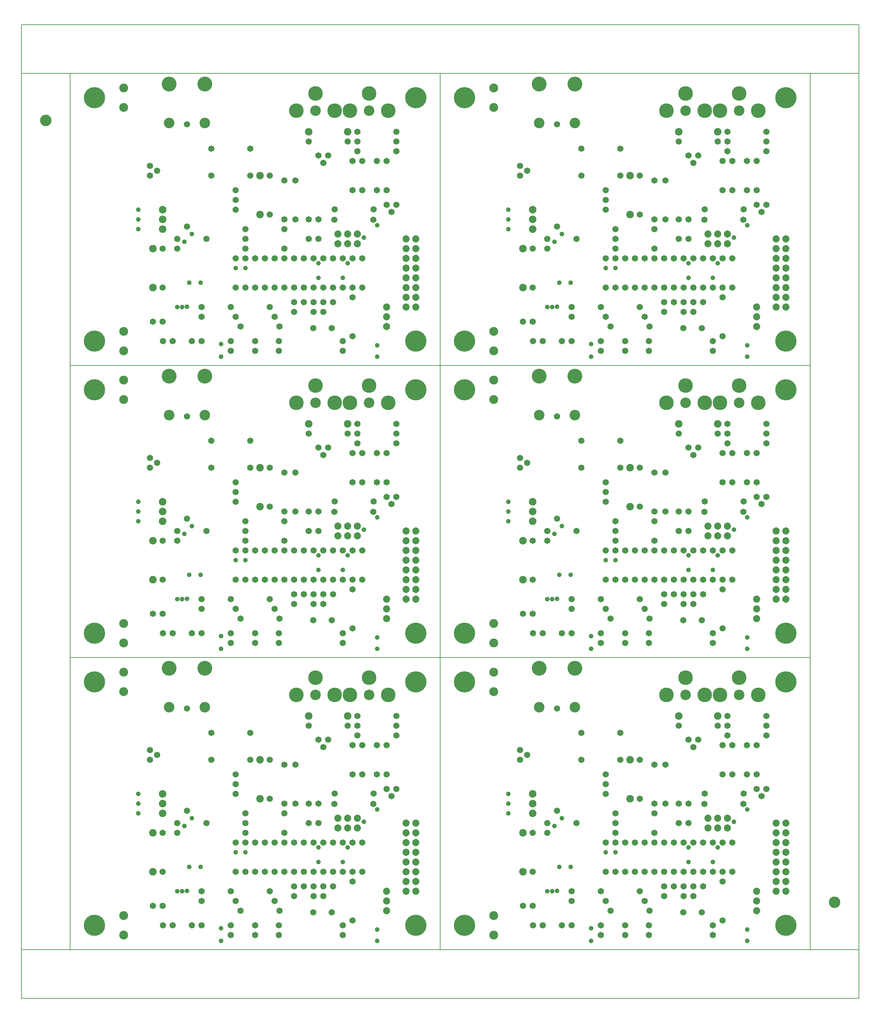
<source format=gbs>
G04 CAM350 V7.6 (Build 209) Date:  Wed Jul 26 15:17:11 2006 *
G04 Database: d:\cam\brmk3-1a\100023-1.cam *
G04 Layer 2: 100023-1.GBS *
%FSLAX24Y24*%
%MOIN*%
%SFA1.000B1.000*%

%MIA0B0*%
%IPPOS*%
%ADD70C,0.06500*%
%ADD32C,0.21800*%
%ADD33C,0.10840*%
%ADD34C,0.15040*%
%ADD35C,0.15200*%
%ADD36C,0.10850*%
%ADD37C,0.04800*%
%ADD40C,0.00800*%
%ADD66C,0.07800*%
%ADD67C,0.07300*%
%ADD68C,0.09100*%
%ADD69C,0.11811*%
%LN100023-1.GBS*%
%LPD*%
G54D70*
X15343Y9842D03*
X16343D03*
X16368Y7817D03*
X17368D03*
X19343Y7842D03*
X20343D03*
Y10342D03*
Y11342D03*
X23343D03*
X23843Y10342D03*
X24343Y9342D03*
X23343Y7842D03*
Y6842D03*
X25843D03*
Y7842D03*
X28293D03*
Y6842D03*
X28343Y9342D03*
X27843Y10342D03*
X27343Y11342D03*
X26843Y13342D03*
X25843D03*
X24843D03*
X23843D03*
Y16342D03*
X24843D03*
X25843D03*
X26843D03*
X27843D03*
X28843D03*
Y17342D03*
X29843Y16342D03*
X30843D03*
X31843D03*
X32843D03*
X33843D03*
X34843D03*
X35843D03*
X36843D03*
Y13342D03*
X35843D03*
X34843D03*
X33843D03*
X32843D03*
X31843D03*
X30843D03*
X29843D03*
X28843D03*
X27843D03*
X29843Y11842D03*
X30843D03*
X31843D03*
X32843D03*
X33843D03*
X32843Y10842D03*
X31843D03*
X31818Y9167D03*
X33718D03*
X34843Y7842D03*
Y6842D03*
X35843Y8342D03*
Y12342D03*
X29843Y10842D03*
X24843Y17342D03*
Y18342D03*
Y19342D03*
X23843Y21342D03*
Y22342D03*
Y23342D03*
X25343Y24842D03*
X27343D03*
X28843Y24342D03*
X29968D03*
X32843Y26142D03*
X32343Y26892D03*
X33343D03*
X31343Y28342D03*
X35343D03*
X36343D03*
Y27342D03*
X35843Y26342D03*
X36843D03*
X38343D03*
X39343D03*
X40343Y27342D03*
Y28342D03*
Y29342D03*
X36343D03*
X35843Y23342D03*
X36843D03*
X38343D03*
X39343D03*
Y21842D03*
X39843Y21092D03*
X40343Y21842D03*
X38018Y21367D03*
X37993Y20292D03*
X34018Y21367D03*
X33993Y20292D03*
X32343Y20342D03*
X31343D03*
X29968D03*
X28843D03*
Y19342D03*
X27343Y20842D03*
X31343Y18342D03*
X32343D03*
X25343Y27592D03*
X21343D03*
X18843Y30092D03*
X15043Y25842D03*
X15793Y25342D03*
X15043Y24842D03*
X21343D03*
X18843Y19592D03*
X17843Y18342D03*
Y17342D03*
X16343D03*
X20843Y18342D03*
X16343Y13342D03*
G54D66*
X15343D03*
Y17342D03*
X16343Y19342D03*
Y20342D03*
Y21342D03*
X26343Y20842D03*
Y24842D03*
X31343Y29342D03*
X35343D03*
G54D67*
Y18842D03*
X34343D03*
Y17842D03*
X35343D03*
X36343D03*
Y18842D03*
X41343Y18342D03*
Y17342D03*
X42343D03*
Y18342D03*
Y16342D03*
X41343D03*
Y15342D03*
Y14342D03*
X42343D03*
Y15342D03*
Y13342D03*
X41343D03*
Y12342D03*
X42343D03*
Y11342D03*
X41343D03*
X39343D03*
Y10342D03*
Y9342D03*
G54D32*
X9343Y7842D03*
Y32842D03*
X42343D03*
Y7842D03*
G54D33*
X37543Y31492D03*
X32043D03*
G54D34*
X30075D03*
X32043Y33263D03*
X34012Y31492D03*
X35575D03*
X37543Y33263D03*
X39512Y31492D03*
G54D35*
X20683Y34242D03*
X17013D03*
G54D36*
Y30242D03*
X20683D03*
G54D68*
X12343Y31842D03*
Y33842D03*
Y8842D03*
Y6842D03*
G54D37*
X13843Y21342D03*
Y20342D03*
Y19342D03*
X18568Y18042D03*
X19343Y18817D03*
X23843Y15342D03*
X24843D03*
X20243Y13842D03*
X19093D03*
X18843Y11367D03*
X18343Y11342D03*
X17843D03*
X22343Y7542D03*
Y6217D03*
X32343Y14342D03*
Y15842D03*
X34843Y14342D03*
X35343Y15842D03*
X37018Y18467D03*
X38368Y19742D03*
Y7392D03*
Y6217D03*
G54D70*
X53343Y9842D03*
X54343D03*
X54368Y7817D03*
X55368D03*
X57343Y7842D03*
X58343D03*
Y10342D03*
Y11342D03*
X61343D03*
X61843Y10342D03*
X62343Y9342D03*
X61343Y7842D03*
Y6842D03*
X63843D03*
Y7842D03*
X66293D03*
Y6842D03*
X66343Y9342D03*
X65843Y10342D03*
X65343Y11342D03*
X64843Y13342D03*
X63843D03*
X62843D03*
X61843D03*
Y16342D03*
X62843D03*
X63843D03*
X64843D03*
X65843D03*
X66843D03*
Y17342D03*
X67843Y16342D03*
X68843D03*
X69843D03*
X70843D03*
X71843D03*
X72843D03*
X73843D03*
X74843D03*
Y13342D03*
X73843D03*
X72843D03*
X71843D03*
X70843D03*
X69843D03*
X68843D03*
X67843D03*
X66843D03*
X65843D03*
X67843Y11842D03*
X68843D03*
X69843D03*
X70843D03*
X71843D03*
X70843Y10842D03*
X69843D03*
X69818Y9167D03*
X71718D03*
X72843Y7842D03*
Y6842D03*
X73843Y8342D03*
Y12342D03*
X67843Y10842D03*
X62843Y17342D03*
Y18342D03*
Y19342D03*
X61843Y21342D03*
Y22342D03*
Y23342D03*
X63343Y24842D03*
X65343D03*
X66843Y24342D03*
X67968D03*
X70843Y26142D03*
X70343Y26892D03*
X71343D03*
X69343Y28342D03*
X73343D03*
X74343D03*
Y27342D03*
X73843Y26342D03*
X74843D03*
X76343D03*
X77343D03*
X78343Y27342D03*
Y28342D03*
Y29342D03*
X74343D03*
X73843Y23342D03*
X74843D03*
X76343D03*
X77343D03*
Y21842D03*
X77843Y21092D03*
X78343Y21842D03*
X76018Y21367D03*
X75993Y20292D03*
X72018Y21367D03*
X71993Y20292D03*
X70343Y20342D03*
X69343D03*
X67968D03*
X66843D03*
Y19342D03*
X65343Y20842D03*
X69343Y18342D03*
X70343D03*
X63343Y27592D03*
X59343D03*
X56843Y30092D03*
X53043Y25842D03*
X53793Y25342D03*
X53043Y24842D03*
X59343D03*
X56843Y19592D03*
X55843Y18342D03*
Y17342D03*
X54343D03*
X58843Y18342D03*
X54343Y13342D03*
G54D66*
X53343D03*
Y17342D03*
X54343Y19342D03*
Y20342D03*
Y21342D03*
X64343Y20842D03*
Y24842D03*
X69343Y29342D03*
X73343D03*
G54D67*
Y18842D03*
X72343D03*
Y17842D03*
X73343D03*
X74343D03*
Y18842D03*
X79343Y18342D03*
Y17342D03*
X80343D03*
Y18342D03*
Y16342D03*
X79343D03*
Y15342D03*
Y14342D03*
X80343D03*
Y15342D03*
Y13342D03*
X79343D03*
Y12342D03*
X80343D03*
Y11342D03*
X79343D03*
X77343D03*
Y10342D03*
Y9342D03*
G54D32*
X47343Y7842D03*
Y32842D03*
X80343D03*
Y7842D03*
G54D33*
X75543Y31492D03*
X70043D03*
G54D34*
X68075D03*
X70043Y33263D03*
X72012Y31492D03*
X73575D03*
X75543Y33263D03*
X77512Y31492D03*
G54D35*
X58683Y34242D03*
X55013D03*
G54D36*
Y30242D03*
X58683D03*
G54D68*
X50343Y31842D03*
Y33842D03*
Y8842D03*
Y6842D03*
G54D37*
X51843Y21342D03*
Y20342D03*
Y19342D03*
X56568Y18042D03*
X57343Y18817D03*
X61843Y15342D03*
X62843D03*
X58243Y13842D03*
X57093D03*
X56843Y11367D03*
X56343Y11342D03*
X55843D03*
X60343Y7542D03*
Y6217D03*
X70343Y14342D03*
Y15842D03*
X72843Y14342D03*
X73343Y15842D03*
X75018Y18467D03*
X76368Y19742D03*
Y7392D03*
Y6217D03*
G54D70*
X15343Y-20158D03*
Y-50158D03*
X16343Y-20158D03*
Y-50158D03*
X16368Y-22183D03*
Y-52183D03*
X17368Y-22183D03*
Y-52183D03*
X19343Y-22158D03*
Y-52158D03*
X20343Y-22158D03*
Y-52158D03*
Y-19658D03*
Y-49658D03*
Y-18658D03*
Y-48658D03*
X23343Y-18658D03*
Y-48658D03*
X23843Y-19658D03*
Y-49658D03*
X24343Y-20658D03*
Y-50658D03*
X23343Y-22158D03*
Y-52158D03*
Y-23158D03*
Y-53158D03*
X25843Y-23158D03*
Y-53158D03*
Y-22158D03*
Y-52158D03*
X28293Y-22158D03*
Y-52158D03*
Y-23158D03*
Y-53158D03*
X28343Y-20658D03*
Y-50658D03*
X27843Y-19658D03*
Y-49658D03*
X27343Y-18658D03*
Y-48658D03*
X26843Y-16658D03*
Y-46658D03*
X25843Y-16658D03*
Y-46658D03*
X24843Y-16658D03*
Y-46658D03*
X23843Y-16658D03*
Y-46658D03*
Y-13658D03*
Y-43658D03*
X24843Y-13658D03*
Y-43658D03*
X25843Y-13658D03*
Y-43658D03*
X26843Y-13658D03*
Y-43658D03*
X27843Y-13658D03*
Y-43658D03*
X28843Y-13658D03*
Y-43658D03*
Y-12658D03*
Y-42658D03*
X29843Y-13658D03*
Y-43658D03*
X30843Y-13658D03*
Y-43658D03*
X31843Y-13658D03*
Y-43658D03*
X32843Y-13658D03*
Y-43658D03*
X33843Y-13658D03*
Y-43658D03*
X34843Y-13658D03*
Y-43658D03*
X35843Y-13658D03*
Y-43658D03*
X36843Y-13658D03*
Y-43658D03*
Y-16658D03*
Y-46658D03*
X35843Y-16658D03*
Y-46658D03*
X34843Y-16658D03*
Y-46658D03*
X33843Y-16658D03*
Y-46658D03*
X32843Y-16658D03*
Y-46658D03*
X31843Y-16658D03*
Y-46658D03*
X30843Y-16658D03*
Y-46658D03*
X29843Y-16658D03*
Y-46658D03*
X28843Y-16658D03*
Y-46658D03*
X27843Y-16658D03*
Y-46658D03*
X29843Y-18158D03*
Y-48158D03*
X30843Y-18158D03*
Y-48158D03*
X31843Y-18158D03*
Y-48158D03*
X32843Y-18158D03*
Y-48158D03*
X33843Y-18158D03*
Y-48158D03*
X32843Y-19158D03*
Y-49158D03*
X31843Y-19158D03*
Y-49158D03*
X31818Y-20833D03*
Y-50833D03*
X33718Y-20833D03*
Y-50833D03*
X34843Y-22158D03*
Y-52158D03*
Y-23158D03*
Y-53158D03*
X35843Y-21658D03*
Y-51658D03*
Y-17658D03*
Y-47658D03*
X29843Y-19158D03*
Y-49158D03*
X24843Y-12658D03*
Y-42658D03*
Y-11658D03*
Y-41658D03*
Y-10658D03*
Y-40658D03*
X23843Y-8658D03*
Y-38658D03*
Y-7658D03*
Y-37658D03*
Y-6658D03*
Y-36658D03*
X25343Y-5158D03*
Y-35158D03*
X27343Y-5158D03*
Y-35158D03*
X28843Y-5658D03*
Y-35658D03*
X29968Y-5658D03*
Y-35658D03*
X32843Y-3858D03*
Y-33858D03*
X32343Y-3108D03*
Y-33108D03*
X33343Y-3108D03*
Y-33108D03*
X31343Y-1658D03*
Y-31658D03*
X35343Y-1658D03*
Y-31658D03*
X36343Y-1658D03*
Y-31658D03*
Y-2658D03*
Y-32658D03*
X35843Y-3658D03*
Y-33658D03*
X36843Y-3658D03*
Y-33658D03*
X38343Y-3658D03*
Y-33658D03*
X39343Y-3658D03*
Y-33658D03*
X40343Y-2658D03*
Y-32658D03*
Y-1658D03*
Y-31658D03*
Y-658D03*
Y-30658D03*
X36343Y-658D03*
Y-30658D03*
X35843Y-6658D03*
Y-36658D03*
X36843Y-6658D03*
Y-36658D03*
X38343Y-6658D03*
Y-36658D03*
X39343Y-6658D03*
Y-36658D03*
Y-8158D03*
Y-38158D03*
X39843Y-8908D03*
Y-38908D03*
X40343Y-8158D03*
Y-38158D03*
X38018Y-8633D03*
Y-38633D03*
X37993Y-9708D03*
Y-39708D03*
X34018Y-8633D03*
Y-38633D03*
X33993Y-9708D03*
Y-39708D03*
X32343Y-9658D03*
Y-39658D03*
X31343Y-9658D03*
Y-39658D03*
X29968Y-9658D03*
Y-39658D03*
X28843Y-9658D03*
Y-39658D03*
Y-10658D03*
Y-40658D03*
X27343Y-9158D03*
Y-39158D03*
X31343Y-11658D03*
Y-41658D03*
X32343Y-11658D03*
Y-41658D03*
X25343Y-2408D03*
Y-32408D03*
X21343Y-2408D03*
Y-32408D03*
X18843Y92D03*
Y-29908D03*
X15043Y-4158D03*
Y-34158D03*
X15793Y-4658D03*
Y-34658D03*
X15043Y-5158D03*
Y-35158D03*
X21343Y-5158D03*
Y-35158D03*
X18843Y-10408D03*
Y-40408D03*
X17843Y-11658D03*
Y-41658D03*
Y-12658D03*
Y-42658D03*
X16343Y-12658D03*
Y-42658D03*
X20843Y-11658D03*
Y-41658D03*
X16343Y-16658D03*
Y-46658D03*
G54D66*
X15343Y-16658D03*
Y-46658D03*
Y-12658D03*
Y-42658D03*
X16343Y-10658D03*
Y-40658D03*
Y-9658D03*
Y-39658D03*
Y-8658D03*
Y-38658D03*
X26343Y-9158D03*
Y-39158D03*
Y-5158D03*
Y-35158D03*
X31343Y-658D03*
Y-30658D03*
X35343Y-658D03*
Y-30658D03*
G54D67*
Y-11158D03*
Y-41158D03*
X34343Y-11158D03*
Y-41158D03*
Y-12158D03*
Y-42158D03*
X35343Y-12158D03*
Y-42158D03*
X36343Y-12158D03*
Y-42158D03*
Y-11158D03*
Y-41158D03*
X41343Y-11658D03*
Y-41658D03*
Y-12658D03*
Y-42658D03*
X42343Y-12658D03*
Y-42658D03*
Y-11658D03*
Y-41658D03*
Y-13658D03*
Y-43658D03*
X41343Y-13658D03*
Y-43658D03*
Y-14658D03*
Y-44658D03*
Y-15658D03*
Y-45658D03*
X42343Y-15658D03*
Y-45658D03*
Y-14658D03*
Y-44658D03*
Y-16658D03*
Y-46658D03*
X41343Y-16658D03*
Y-46658D03*
Y-17658D03*
Y-47658D03*
X42343Y-17658D03*
Y-47658D03*
Y-18658D03*
Y-48658D03*
X41343Y-18658D03*
Y-48658D03*
X39343Y-18658D03*
Y-48658D03*
Y-19658D03*
Y-49658D03*
Y-20658D03*
Y-50658D03*
G54D32*
X9343Y-22158D03*
Y-52158D03*
Y2842D03*
Y-27158D03*
X42343Y2842D03*
Y-27158D03*
Y-22158D03*
Y-52158D03*
G54D33*
X37543Y1492D03*
Y-28508D03*
X32043Y1492D03*
Y-28508D03*
G54D34*
X30075Y1492D03*
Y-28508D03*
X32043Y3263D03*
Y-26737D03*
X34012Y1492D03*
Y-28508D03*
X35575Y1492D03*
Y-28508D03*
X37543Y3263D03*
Y-26737D03*
X39512Y1492D03*
Y-28508D03*
G54D35*
X20683Y4242D03*
Y-25758D03*
X17013Y4242D03*
Y-25758D03*
G54D36*
Y242D03*
Y-29758D03*
X20683Y242D03*
Y-29758D03*
G54D68*
X12343Y1842D03*
Y-28158D03*
Y3842D03*
Y-26158D03*
Y-21158D03*
Y-51158D03*
Y-23158D03*
Y-53158D03*
G54D37*
X13843Y-8658D03*
Y-38658D03*
Y-9658D03*
Y-39658D03*
Y-10658D03*
Y-40658D03*
X18568Y-11958D03*
Y-41958D03*
X19343Y-11183D03*
Y-41183D03*
X23843Y-14658D03*
Y-44658D03*
X24843Y-14658D03*
Y-44658D03*
X20243Y-16158D03*
Y-46158D03*
X19093Y-16158D03*
Y-46158D03*
X18843Y-18633D03*
Y-48633D03*
X18343Y-18658D03*
Y-48658D03*
X17843Y-18658D03*
Y-48658D03*
X22343Y-22458D03*
Y-52458D03*
Y-23783D03*
Y-53783D03*
X32343Y-15658D03*
Y-45658D03*
Y-14158D03*
Y-44158D03*
X34843Y-15658D03*
Y-45658D03*
X35343Y-14158D03*
Y-44158D03*
X37018Y-11533D03*
Y-41533D03*
X38368Y-10258D03*
Y-40258D03*
Y-22608D03*
Y-52608D03*
Y-23783D03*
Y-53783D03*
G54D70*
X53343Y-20158D03*
Y-50158D03*
X54343Y-20158D03*
Y-50158D03*
X54368Y-22183D03*
Y-52183D03*
X55368Y-22183D03*
Y-52183D03*
X57343Y-22158D03*
Y-52158D03*
X58343Y-22158D03*
Y-52158D03*
Y-19658D03*
Y-49658D03*
Y-18658D03*
Y-48658D03*
X61343Y-18658D03*
Y-48658D03*
X61843Y-19658D03*
Y-49658D03*
X62343Y-20658D03*
Y-50658D03*
X61343Y-22158D03*
Y-52158D03*
Y-23158D03*
Y-53158D03*
X63843Y-23158D03*
Y-53158D03*
Y-22158D03*
Y-52158D03*
X66293Y-22158D03*
Y-52158D03*
Y-23158D03*
Y-53158D03*
X66343Y-20658D03*
Y-50658D03*
X65843Y-19658D03*
Y-49658D03*
X65343Y-18658D03*
Y-48658D03*
X64843Y-16658D03*
Y-46658D03*
X63843Y-16658D03*
Y-46658D03*
X62843Y-16658D03*
Y-46658D03*
X61843Y-16658D03*
Y-46658D03*
Y-13658D03*
Y-43658D03*
X62843Y-13658D03*
Y-43658D03*
X63843Y-13658D03*
Y-43658D03*
X64843Y-13658D03*
Y-43658D03*
X65843Y-13658D03*
Y-43658D03*
X66843Y-13658D03*
Y-43658D03*
Y-12658D03*
Y-42658D03*
X67843Y-13658D03*
Y-43658D03*
X68843Y-13658D03*
Y-43658D03*
X69843Y-13658D03*
Y-43658D03*
X70843Y-13658D03*
Y-43658D03*
X71843Y-13658D03*
Y-43658D03*
X72843Y-13658D03*
Y-43658D03*
X73843Y-13658D03*
Y-43658D03*
X74843Y-13658D03*
Y-43658D03*
Y-16658D03*
Y-46658D03*
X73843Y-16658D03*
Y-46658D03*
X72843Y-16658D03*
Y-46658D03*
X71843Y-16658D03*
Y-46658D03*
X70843Y-16658D03*
Y-46658D03*
X69843Y-16658D03*
Y-46658D03*
X68843Y-16658D03*
Y-46658D03*
X67843Y-16658D03*
Y-46658D03*
X66843Y-16658D03*
Y-46658D03*
X65843Y-16658D03*
Y-46658D03*
X67843Y-18158D03*
Y-48158D03*
X68843Y-18158D03*
Y-48158D03*
X69843Y-18158D03*
Y-48158D03*
X70843Y-18158D03*
Y-48158D03*
X71843Y-18158D03*
Y-48158D03*
X70843Y-19158D03*
Y-49158D03*
X69843Y-19158D03*
Y-49158D03*
X69818Y-20833D03*
Y-50833D03*
X71718Y-20833D03*
Y-50833D03*
X72843Y-22158D03*
Y-52158D03*
Y-23158D03*
Y-53158D03*
X73843Y-21658D03*
Y-51658D03*
Y-17658D03*
Y-47658D03*
X67843Y-19158D03*
Y-49158D03*
X62843Y-12658D03*
Y-42658D03*
Y-11658D03*
Y-41658D03*
Y-10658D03*
Y-40658D03*
X61843Y-8658D03*
Y-38658D03*
Y-7658D03*
Y-37658D03*
Y-6658D03*
Y-36658D03*
X63343Y-5158D03*
Y-35158D03*
X65343Y-5158D03*
Y-35158D03*
X66843Y-5658D03*
Y-35658D03*
X67968Y-5658D03*
Y-35658D03*
X70843Y-3858D03*
Y-33858D03*
X70343Y-3108D03*
Y-33108D03*
X71343Y-3108D03*
Y-33108D03*
X69343Y-1658D03*
Y-31658D03*
X73343Y-1658D03*
Y-31658D03*
X74343Y-1658D03*
Y-31658D03*
Y-2658D03*
Y-32658D03*
X73843Y-3658D03*
Y-33658D03*
X74843Y-3658D03*
Y-33658D03*
X76343Y-3658D03*
Y-33658D03*
X77343Y-3658D03*
Y-33658D03*
X78343Y-2658D03*
Y-32658D03*
Y-1658D03*
Y-31658D03*
Y-658D03*
Y-30658D03*
X74343Y-658D03*
Y-30658D03*
X73843Y-6658D03*
Y-36658D03*
X74843Y-6658D03*
Y-36658D03*
X76343Y-6658D03*
Y-36658D03*
X77343Y-6658D03*
Y-36658D03*
Y-8158D03*
Y-38158D03*
X77843Y-8908D03*
Y-38908D03*
X78343Y-8158D03*
Y-38158D03*
X76018Y-8633D03*
Y-38633D03*
X75993Y-9708D03*
Y-39708D03*
X72018Y-8633D03*
Y-38633D03*
X71993Y-9708D03*
Y-39708D03*
X70343Y-9658D03*
Y-39658D03*
X69343Y-9658D03*
Y-39658D03*
X67968Y-9658D03*
Y-39658D03*
X66843Y-9658D03*
Y-39658D03*
Y-10658D03*
Y-40658D03*
X65343Y-9158D03*
Y-39158D03*
X69343Y-11658D03*
Y-41658D03*
X70343Y-11658D03*
Y-41658D03*
X63343Y-2408D03*
Y-32408D03*
X59343Y-2408D03*
Y-32408D03*
X56843Y92D03*
Y-29908D03*
X53043Y-4158D03*
Y-34158D03*
X53793Y-4658D03*
Y-34658D03*
X53043Y-5158D03*
Y-35158D03*
X59343Y-5158D03*
Y-35158D03*
X56843Y-10408D03*
Y-40408D03*
X55843Y-11658D03*
Y-41658D03*
Y-12658D03*
Y-42658D03*
X54343Y-12658D03*
Y-42658D03*
X58843Y-11658D03*
Y-41658D03*
X54343Y-16658D03*
Y-46658D03*
G54D66*
X53343Y-16658D03*
Y-46658D03*
Y-12658D03*
Y-42658D03*
X54343Y-10658D03*
Y-40658D03*
Y-9658D03*
Y-39658D03*
Y-8658D03*
Y-38658D03*
X64343Y-9158D03*
Y-39158D03*
Y-5158D03*
Y-35158D03*
X69343Y-658D03*
Y-30658D03*
X73343Y-658D03*
Y-30658D03*
G54D67*
Y-11158D03*
Y-41158D03*
X72343Y-11158D03*
Y-41158D03*
Y-12158D03*
Y-42158D03*
X73343Y-12158D03*
Y-42158D03*
X74343Y-12158D03*
Y-42158D03*
Y-11158D03*
Y-41158D03*
X79343Y-11658D03*
Y-41658D03*
Y-12658D03*
Y-42658D03*
X80343Y-12658D03*
Y-42658D03*
Y-11658D03*
Y-41658D03*
Y-13658D03*
Y-43658D03*
X79343Y-13658D03*
Y-43658D03*
Y-14658D03*
Y-44658D03*
Y-15658D03*
Y-45658D03*
X80343Y-15658D03*
Y-45658D03*
Y-14658D03*
Y-44658D03*
Y-16658D03*
Y-46658D03*
X79343Y-16658D03*
Y-46658D03*
Y-17658D03*
Y-47658D03*
X80343Y-17658D03*
Y-47658D03*
Y-18658D03*
Y-48658D03*
X79343Y-18658D03*
Y-48658D03*
X77343Y-18658D03*
Y-48658D03*
Y-19658D03*
Y-49658D03*
Y-20658D03*
Y-50658D03*
G54D32*
X47343Y-22158D03*
Y-52158D03*
Y2842D03*
Y-27158D03*
X80343Y2842D03*
Y-27158D03*
Y-22158D03*
Y-52158D03*
G54D33*
X75543Y1492D03*
Y-28508D03*
X70043Y1492D03*
Y-28508D03*
G54D34*
X68075Y1492D03*
Y-28508D03*
X70043Y3263D03*
Y-26737D03*
X72012Y1492D03*
Y-28508D03*
X73575Y1492D03*
Y-28508D03*
X75543Y3263D03*
Y-26737D03*
X77512Y1492D03*
Y-28508D03*
G54D35*
X58683Y4242D03*
Y-25758D03*
X55013Y4242D03*
Y-25758D03*
G54D36*
Y242D03*
Y-29758D03*
X58683Y242D03*
Y-29758D03*
G54D68*
X50343Y1842D03*
Y-28158D03*
Y3842D03*
Y-26158D03*
Y-21158D03*
Y-51158D03*
Y-23158D03*
Y-53158D03*
G54D37*
X51843Y-8658D03*
Y-38658D03*
Y-9658D03*
Y-39658D03*
Y-10658D03*
Y-40658D03*
X56568Y-11958D03*
Y-41958D03*
X57343Y-11183D03*
Y-41183D03*
X61843Y-14658D03*
Y-44658D03*
X62843Y-14658D03*
Y-44658D03*
X58243Y-16158D03*
Y-46158D03*
X57093Y-16158D03*
Y-46158D03*
X56843Y-18633D03*
Y-48633D03*
X56343Y-18658D03*
Y-48658D03*
X55843Y-18658D03*
Y-48658D03*
X60343Y-22458D03*
Y-52458D03*
Y-23783D03*
Y-53783D03*
X70343Y-15658D03*
Y-45658D03*
Y-14158D03*
Y-44158D03*
X72843Y-15658D03*
Y-45658D03*
X73343Y-14158D03*
Y-44158D03*
X75018Y-11533D03*
Y-41533D03*
X76368Y-10258D03*
Y-40258D03*
Y-22608D03*
Y-52608D03*
Y-23783D03*
Y-53783D03*
G54D69*
X4343Y30499D03*
X85343Y-49815D03*
G54D40*
X6843Y5342D02*
G01Y35342D01*
X44843*
Y5342*
X6843*
X44843D02*
G01Y35342D01*
X82843*
Y5342*
X44843*
X6843Y-24658D02*
G01Y5342D01*
X44843*
Y-24658*
X6843*
Y-54658D02*
G01Y-24658D01*
X44843*
Y-54658*
X6843*
X44843Y-24658D02*
G01Y5342D01*
X82843*
Y-24658*
X44843*
Y-54658D02*
G01Y-24658D01*
X82843*
Y-54658*
X44843*
X82843D02*
G01X87843D01*
Y35342*
X82843*
Y-54658*
X1843D02*
G01X6843D01*
Y35342*
X1843*
Y-54658*
Y-54658D02*
G01X87843D01*
Y-59658*
X1843*
Y-54658*
Y40342D02*
G01X87843D01*
Y35342*
X1843*
Y40342*
M02*

</source>
